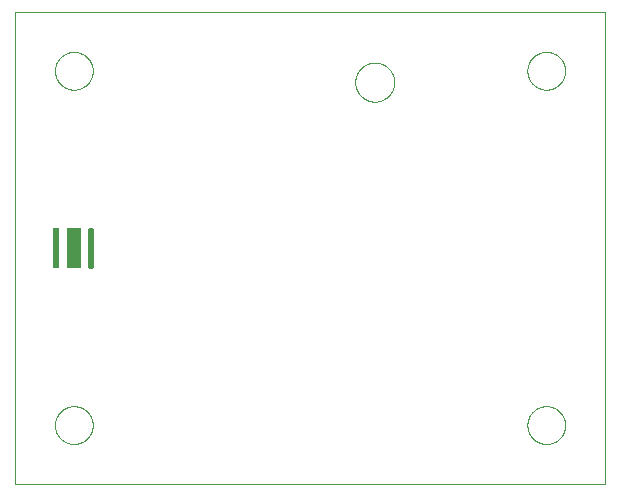
<source format=gbp>
G75*
%MOIN*%
%OFA0B0*%
%FSLAX25Y25*%
%IPPOS*%
%LPD*%
%AMOC8*
5,1,8,0,0,1.08239X$1,22.5*
%
%ADD10C,0.00000*%
%ADD11C,0.01575*%
%ADD12R,0.01969X0.13780*%
%ADD13R,0.05118X0.13780*%
D10*
X0007378Y0007378D02*
X0007378Y0164858D01*
X0204228Y0164858D01*
X0204228Y0007378D01*
X0007378Y0007378D01*
X0020764Y0027063D02*
X0020766Y0027221D01*
X0020772Y0027379D01*
X0020782Y0027537D01*
X0020796Y0027695D01*
X0020814Y0027852D01*
X0020835Y0028009D01*
X0020861Y0028165D01*
X0020891Y0028321D01*
X0020924Y0028476D01*
X0020962Y0028629D01*
X0021003Y0028782D01*
X0021048Y0028934D01*
X0021097Y0029085D01*
X0021150Y0029234D01*
X0021206Y0029382D01*
X0021266Y0029528D01*
X0021330Y0029673D01*
X0021398Y0029816D01*
X0021469Y0029958D01*
X0021543Y0030098D01*
X0021621Y0030235D01*
X0021703Y0030371D01*
X0021787Y0030505D01*
X0021876Y0030636D01*
X0021967Y0030765D01*
X0022062Y0030892D01*
X0022159Y0031017D01*
X0022260Y0031139D01*
X0022364Y0031258D01*
X0022471Y0031375D01*
X0022581Y0031489D01*
X0022694Y0031600D01*
X0022809Y0031709D01*
X0022927Y0031814D01*
X0023048Y0031916D01*
X0023171Y0032016D01*
X0023297Y0032112D01*
X0023425Y0032205D01*
X0023555Y0032295D01*
X0023688Y0032381D01*
X0023823Y0032465D01*
X0023959Y0032544D01*
X0024098Y0032621D01*
X0024239Y0032693D01*
X0024381Y0032763D01*
X0024525Y0032828D01*
X0024671Y0032890D01*
X0024818Y0032948D01*
X0024967Y0033003D01*
X0025117Y0033054D01*
X0025268Y0033101D01*
X0025420Y0033144D01*
X0025573Y0033183D01*
X0025728Y0033219D01*
X0025883Y0033250D01*
X0026039Y0033278D01*
X0026195Y0033302D01*
X0026352Y0033322D01*
X0026510Y0033338D01*
X0026667Y0033350D01*
X0026826Y0033358D01*
X0026984Y0033362D01*
X0027142Y0033362D01*
X0027300Y0033358D01*
X0027459Y0033350D01*
X0027616Y0033338D01*
X0027774Y0033322D01*
X0027931Y0033302D01*
X0028087Y0033278D01*
X0028243Y0033250D01*
X0028398Y0033219D01*
X0028553Y0033183D01*
X0028706Y0033144D01*
X0028858Y0033101D01*
X0029009Y0033054D01*
X0029159Y0033003D01*
X0029308Y0032948D01*
X0029455Y0032890D01*
X0029601Y0032828D01*
X0029745Y0032763D01*
X0029887Y0032693D01*
X0030028Y0032621D01*
X0030167Y0032544D01*
X0030303Y0032465D01*
X0030438Y0032381D01*
X0030571Y0032295D01*
X0030701Y0032205D01*
X0030829Y0032112D01*
X0030955Y0032016D01*
X0031078Y0031916D01*
X0031199Y0031814D01*
X0031317Y0031709D01*
X0031432Y0031600D01*
X0031545Y0031489D01*
X0031655Y0031375D01*
X0031762Y0031258D01*
X0031866Y0031139D01*
X0031967Y0031017D01*
X0032064Y0030892D01*
X0032159Y0030765D01*
X0032250Y0030636D01*
X0032339Y0030505D01*
X0032423Y0030371D01*
X0032505Y0030235D01*
X0032583Y0030098D01*
X0032657Y0029958D01*
X0032728Y0029816D01*
X0032796Y0029673D01*
X0032860Y0029528D01*
X0032920Y0029382D01*
X0032976Y0029234D01*
X0033029Y0029085D01*
X0033078Y0028934D01*
X0033123Y0028782D01*
X0033164Y0028629D01*
X0033202Y0028476D01*
X0033235Y0028321D01*
X0033265Y0028165D01*
X0033291Y0028009D01*
X0033312Y0027852D01*
X0033330Y0027695D01*
X0033344Y0027537D01*
X0033354Y0027379D01*
X0033360Y0027221D01*
X0033362Y0027063D01*
X0033360Y0026905D01*
X0033354Y0026747D01*
X0033344Y0026589D01*
X0033330Y0026431D01*
X0033312Y0026274D01*
X0033291Y0026117D01*
X0033265Y0025961D01*
X0033235Y0025805D01*
X0033202Y0025650D01*
X0033164Y0025497D01*
X0033123Y0025344D01*
X0033078Y0025192D01*
X0033029Y0025041D01*
X0032976Y0024892D01*
X0032920Y0024744D01*
X0032860Y0024598D01*
X0032796Y0024453D01*
X0032728Y0024310D01*
X0032657Y0024168D01*
X0032583Y0024028D01*
X0032505Y0023891D01*
X0032423Y0023755D01*
X0032339Y0023621D01*
X0032250Y0023490D01*
X0032159Y0023361D01*
X0032064Y0023234D01*
X0031967Y0023109D01*
X0031866Y0022987D01*
X0031762Y0022868D01*
X0031655Y0022751D01*
X0031545Y0022637D01*
X0031432Y0022526D01*
X0031317Y0022417D01*
X0031199Y0022312D01*
X0031078Y0022210D01*
X0030955Y0022110D01*
X0030829Y0022014D01*
X0030701Y0021921D01*
X0030571Y0021831D01*
X0030438Y0021745D01*
X0030303Y0021661D01*
X0030167Y0021582D01*
X0030028Y0021505D01*
X0029887Y0021433D01*
X0029745Y0021363D01*
X0029601Y0021298D01*
X0029455Y0021236D01*
X0029308Y0021178D01*
X0029159Y0021123D01*
X0029009Y0021072D01*
X0028858Y0021025D01*
X0028706Y0020982D01*
X0028553Y0020943D01*
X0028398Y0020907D01*
X0028243Y0020876D01*
X0028087Y0020848D01*
X0027931Y0020824D01*
X0027774Y0020804D01*
X0027616Y0020788D01*
X0027459Y0020776D01*
X0027300Y0020768D01*
X0027142Y0020764D01*
X0026984Y0020764D01*
X0026826Y0020768D01*
X0026667Y0020776D01*
X0026510Y0020788D01*
X0026352Y0020804D01*
X0026195Y0020824D01*
X0026039Y0020848D01*
X0025883Y0020876D01*
X0025728Y0020907D01*
X0025573Y0020943D01*
X0025420Y0020982D01*
X0025268Y0021025D01*
X0025117Y0021072D01*
X0024967Y0021123D01*
X0024818Y0021178D01*
X0024671Y0021236D01*
X0024525Y0021298D01*
X0024381Y0021363D01*
X0024239Y0021433D01*
X0024098Y0021505D01*
X0023959Y0021582D01*
X0023823Y0021661D01*
X0023688Y0021745D01*
X0023555Y0021831D01*
X0023425Y0021921D01*
X0023297Y0022014D01*
X0023171Y0022110D01*
X0023048Y0022210D01*
X0022927Y0022312D01*
X0022809Y0022417D01*
X0022694Y0022526D01*
X0022581Y0022637D01*
X0022471Y0022751D01*
X0022364Y0022868D01*
X0022260Y0022987D01*
X0022159Y0023109D01*
X0022062Y0023234D01*
X0021967Y0023361D01*
X0021876Y0023490D01*
X0021787Y0023621D01*
X0021703Y0023755D01*
X0021621Y0023891D01*
X0021543Y0024028D01*
X0021469Y0024168D01*
X0021398Y0024310D01*
X0021330Y0024453D01*
X0021266Y0024598D01*
X0021206Y0024744D01*
X0021150Y0024892D01*
X0021097Y0025041D01*
X0021048Y0025192D01*
X0021003Y0025344D01*
X0020962Y0025497D01*
X0020924Y0025650D01*
X0020891Y0025805D01*
X0020861Y0025961D01*
X0020835Y0026117D01*
X0020814Y0026274D01*
X0020796Y0026431D01*
X0020782Y0026589D01*
X0020772Y0026747D01*
X0020766Y0026905D01*
X0020764Y0027063D01*
X0120878Y0141378D02*
X0120880Y0141539D01*
X0120886Y0141699D01*
X0120896Y0141860D01*
X0120910Y0142020D01*
X0120928Y0142180D01*
X0120949Y0142339D01*
X0120975Y0142498D01*
X0121005Y0142656D01*
X0121038Y0142813D01*
X0121076Y0142970D01*
X0121117Y0143125D01*
X0121162Y0143279D01*
X0121211Y0143432D01*
X0121264Y0143584D01*
X0121320Y0143735D01*
X0121381Y0143884D01*
X0121444Y0144032D01*
X0121512Y0144178D01*
X0121583Y0144322D01*
X0121657Y0144464D01*
X0121735Y0144605D01*
X0121817Y0144743D01*
X0121902Y0144880D01*
X0121990Y0145014D01*
X0122082Y0145146D01*
X0122177Y0145276D01*
X0122275Y0145404D01*
X0122376Y0145529D01*
X0122480Y0145651D01*
X0122587Y0145771D01*
X0122697Y0145888D01*
X0122810Y0146003D01*
X0122926Y0146114D01*
X0123045Y0146223D01*
X0123166Y0146328D01*
X0123290Y0146431D01*
X0123416Y0146531D01*
X0123544Y0146627D01*
X0123675Y0146720D01*
X0123809Y0146810D01*
X0123944Y0146897D01*
X0124082Y0146980D01*
X0124221Y0147060D01*
X0124363Y0147136D01*
X0124506Y0147209D01*
X0124651Y0147278D01*
X0124798Y0147344D01*
X0124946Y0147406D01*
X0125096Y0147464D01*
X0125247Y0147519D01*
X0125400Y0147570D01*
X0125554Y0147617D01*
X0125709Y0147660D01*
X0125865Y0147699D01*
X0126021Y0147735D01*
X0126179Y0147766D01*
X0126337Y0147794D01*
X0126496Y0147818D01*
X0126656Y0147838D01*
X0126816Y0147854D01*
X0126976Y0147866D01*
X0127137Y0147874D01*
X0127298Y0147878D01*
X0127458Y0147878D01*
X0127619Y0147874D01*
X0127780Y0147866D01*
X0127940Y0147854D01*
X0128100Y0147838D01*
X0128260Y0147818D01*
X0128419Y0147794D01*
X0128577Y0147766D01*
X0128735Y0147735D01*
X0128891Y0147699D01*
X0129047Y0147660D01*
X0129202Y0147617D01*
X0129356Y0147570D01*
X0129509Y0147519D01*
X0129660Y0147464D01*
X0129810Y0147406D01*
X0129958Y0147344D01*
X0130105Y0147278D01*
X0130250Y0147209D01*
X0130393Y0147136D01*
X0130535Y0147060D01*
X0130674Y0146980D01*
X0130812Y0146897D01*
X0130947Y0146810D01*
X0131081Y0146720D01*
X0131212Y0146627D01*
X0131340Y0146531D01*
X0131466Y0146431D01*
X0131590Y0146328D01*
X0131711Y0146223D01*
X0131830Y0146114D01*
X0131946Y0146003D01*
X0132059Y0145888D01*
X0132169Y0145771D01*
X0132276Y0145651D01*
X0132380Y0145529D01*
X0132481Y0145404D01*
X0132579Y0145276D01*
X0132674Y0145146D01*
X0132766Y0145014D01*
X0132854Y0144880D01*
X0132939Y0144743D01*
X0133021Y0144605D01*
X0133099Y0144464D01*
X0133173Y0144322D01*
X0133244Y0144178D01*
X0133312Y0144032D01*
X0133375Y0143884D01*
X0133436Y0143735D01*
X0133492Y0143584D01*
X0133545Y0143432D01*
X0133594Y0143279D01*
X0133639Y0143125D01*
X0133680Y0142970D01*
X0133718Y0142813D01*
X0133751Y0142656D01*
X0133781Y0142498D01*
X0133807Y0142339D01*
X0133828Y0142180D01*
X0133846Y0142020D01*
X0133860Y0141860D01*
X0133870Y0141699D01*
X0133876Y0141539D01*
X0133878Y0141378D01*
X0133876Y0141217D01*
X0133870Y0141057D01*
X0133860Y0140896D01*
X0133846Y0140736D01*
X0133828Y0140576D01*
X0133807Y0140417D01*
X0133781Y0140258D01*
X0133751Y0140100D01*
X0133718Y0139943D01*
X0133680Y0139786D01*
X0133639Y0139631D01*
X0133594Y0139477D01*
X0133545Y0139324D01*
X0133492Y0139172D01*
X0133436Y0139021D01*
X0133375Y0138872D01*
X0133312Y0138724D01*
X0133244Y0138578D01*
X0133173Y0138434D01*
X0133099Y0138292D01*
X0133021Y0138151D01*
X0132939Y0138013D01*
X0132854Y0137876D01*
X0132766Y0137742D01*
X0132674Y0137610D01*
X0132579Y0137480D01*
X0132481Y0137352D01*
X0132380Y0137227D01*
X0132276Y0137105D01*
X0132169Y0136985D01*
X0132059Y0136868D01*
X0131946Y0136753D01*
X0131830Y0136642D01*
X0131711Y0136533D01*
X0131590Y0136428D01*
X0131466Y0136325D01*
X0131340Y0136225D01*
X0131212Y0136129D01*
X0131081Y0136036D01*
X0130947Y0135946D01*
X0130812Y0135859D01*
X0130674Y0135776D01*
X0130535Y0135696D01*
X0130393Y0135620D01*
X0130250Y0135547D01*
X0130105Y0135478D01*
X0129958Y0135412D01*
X0129810Y0135350D01*
X0129660Y0135292D01*
X0129509Y0135237D01*
X0129356Y0135186D01*
X0129202Y0135139D01*
X0129047Y0135096D01*
X0128891Y0135057D01*
X0128735Y0135021D01*
X0128577Y0134990D01*
X0128419Y0134962D01*
X0128260Y0134938D01*
X0128100Y0134918D01*
X0127940Y0134902D01*
X0127780Y0134890D01*
X0127619Y0134882D01*
X0127458Y0134878D01*
X0127298Y0134878D01*
X0127137Y0134882D01*
X0126976Y0134890D01*
X0126816Y0134902D01*
X0126656Y0134918D01*
X0126496Y0134938D01*
X0126337Y0134962D01*
X0126179Y0134990D01*
X0126021Y0135021D01*
X0125865Y0135057D01*
X0125709Y0135096D01*
X0125554Y0135139D01*
X0125400Y0135186D01*
X0125247Y0135237D01*
X0125096Y0135292D01*
X0124946Y0135350D01*
X0124798Y0135412D01*
X0124651Y0135478D01*
X0124506Y0135547D01*
X0124363Y0135620D01*
X0124221Y0135696D01*
X0124082Y0135776D01*
X0123944Y0135859D01*
X0123809Y0135946D01*
X0123675Y0136036D01*
X0123544Y0136129D01*
X0123416Y0136225D01*
X0123290Y0136325D01*
X0123166Y0136428D01*
X0123045Y0136533D01*
X0122926Y0136642D01*
X0122810Y0136753D01*
X0122697Y0136868D01*
X0122587Y0136985D01*
X0122480Y0137105D01*
X0122376Y0137227D01*
X0122275Y0137352D01*
X0122177Y0137480D01*
X0122082Y0137610D01*
X0121990Y0137742D01*
X0121902Y0137876D01*
X0121817Y0138013D01*
X0121735Y0138151D01*
X0121657Y0138292D01*
X0121583Y0138434D01*
X0121512Y0138578D01*
X0121444Y0138724D01*
X0121381Y0138872D01*
X0121320Y0139021D01*
X0121264Y0139172D01*
X0121211Y0139324D01*
X0121162Y0139477D01*
X0121117Y0139631D01*
X0121076Y0139786D01*
X0121038Y0139943D01*
X0121005Y0140100D01*
X0120975Y0140258D01*
X0120949Y0140417D01*
X0120928Y0140576D01*
X0120910Y0140736D01*
X0120896Y0140896D01*
X0120886Y0141057D01*
X0120880Y0141217D01*
X0120878Y0141378D01*
X0178244Y0145173D02*
X0178246Y0145331D01*
X0178252Y0145489D01*
X0178262Y0145647D01*
X0178276Y0145805D01*
X0178294Y0145962D01*
X0178315Y0146119D01*
X0178341Y0146275D01*
X0178371Y0146431D01*
X0178404Y0146586D01*
X0178442Y0146739D01*
X0178483Y0146892D01*
X0178528Y0147044D01*
X0178577Y0147195D01*
X0178630Y0147344D01*
X0178686Y0147492D01*
X0178746Y0147638D01*
X0178810Y0147783D01*
X0178878Y0147926D01*
X0178949Y0148068D01*
X0179023Y0148208D01*
X0179101Y0148345D01*
X0179183Y0148481D01*
X0179267Y0148615D01*
X0179356Y0148746D01*
X0179447Y0148875D01*
X0179542Y0149002D01*
X0179639Y0149127D01*
X0179740Y0149249D01*
X0179844Y0149368D01*
X0179951Y0149485D01*
X0180061Y0149599D01*
X0180174Y0149710D01*
X0180289Y0149819D01*
X0180407Y0149924D01*
X0180528Y0150026D01*
X0180651Y0150126D01*
X0180777Y0150222D01*
X0180905Y0150315D01*
X0181035Y0150405D01*
X0181168Y0150491D01*
X0181303Y0150575D01*
X0181439Y0150654D01*
X0181578Y0150731D01*
X0181719Y0150803D01*
X0181861Y0150873D01*
X0182005Y0150938D01*
X0182151Y0151000D01*
X0182298Y0151058D01*
X0182447Y0151113D01*
X0182597Y0151164D01*
X0182748Y0151211D01*
X0182900Y0151254D01*
X0183053Y0151293D01*
X0183208Y0151329D01*
X0183363Y0151360D01*
X0183519Y0151388D01*
X0183675Y0151412D01*
X0183832Y0151432D01*
X0183990Y0151448D01*
X0184147Y0151460D01*
X0184306Y0151468D01*
X0184464Y0151472D01*
X0184622Y0151472D01*
X0184780Y0151468D01*
X0184939Y0151460D01*
X0185096Y0151448D01*
X0185254Y0151432D01*
X0185411Y0151412D01*
X0185567Y0151388D01*
X0185723Y0151360D01*
X0185878Y0151329D01*
X0186033Y0151293D01*
X0186186Y0151254D01*
X0186338Y0151211D01*
X0186489Y0151164D01*
X0186639Y0151113D01*
X0186788Y0151058D01*
X0186935Y0151000D01*
X0187081Y0150938D01*
X0187225Y0150873D01*
X0187367Y0150803D01*
X0187508Y0150731D01*
X0187647Y0150654D01*
X0187783Y0150575D01*
X0187918Y0150491D01*
X0188051Y0150405D01*
X0188181Y0150315D01*
X0188309Y0150222D01*
X0188435Y0150126D01*
X0188558Y0150026D01*
X0188679Y0149924D01*
X0188797Y0149819D01*
X0188912Y0149710D01*
X0189025Y0149599D01*
X0189135Y0149485D01*
X0189242Y0149368D01*
X0189346Y0149249D01*
X0189447Y0149127D01*
X0189544Y0149002D01*
X0189639Y0148875D01*
X0189730Y0148746D01*
X0189819Y0148615D01*
X0189903Y0148481D01*
X0189985Y0148345D01*
X0190063Y0148208D01*
X0190137Y0148068D01*
X0190208Y0147926D01*
X0190276Y0147783D01*
X0190340Y0147638D01*
X0190400Y0147492D01*
X0190456Y0147344D01*
X0190509Y0147195D01*
X0190558Y0147044D01*
X0190603Y0146892D01*
X0190644Y0146739D01*
X0190682Y0146586D01*
X0190715Y0146431D01*
X0190745Y0146275D01*
X0190771Y0146119D01*
X0190792Y0145962D01*
X0190810Y0145805D01*
X0190824Y0145647D01*
X0190834Y0145489D01*
X0190840Y0145331D01*
X0190842Y0145173D01*
X0190840Y0145015D01*
X0190834Y0144857D01*
X0190824Y0144699D01*
X0190810Y0144541D01*
X0190792Y0144384D01*
X0190771Y0144227D01*
X0190745Y0144071D01*
X0190715Y0143915D01*
X0190682Y0143760D01*
X0190644Y0143607D01*
X0190603Y0143454D01*
X0190558Y0143302D01*
X0190509Y0143151D01*
X0190456Y0143002D01*
X0190400Y0142854D01*
X0190340Y0142708D01*
X0190276Y0142563D01*
X0190208Y0142420D01*
X0190137Y0142278D01*
X0190063Y0142138D01*
X0189985Y0142001D01*
X0189903Y0141865D01*
X0189819Y0141731D01*
X0189730Y0141600D01*
X0189639Y0141471D01*
X0189544Y0141344D01*
X0189447Y0141219D01*
X0189346Y0141097D01*
X0189242Y0140978D01*
X0189135Y0140861D01*
X0189025Y0140747D01*
X0188912Y0140636D01*
X0188797Y0140527D01*
X0188679Y0140422D01*
X0188558Y0140320D01*
X0188435Y0140220D01*
X0188309Y0140124D01*
X0188181Y0140031D01*
X0188051Y0139941D01*
X0187918Y0139855D01*
X0187783Y0139771D01*
X0187647Y0139692D01*
X0187508Y0139615D01*
X0187367Y0139543D01*
X0187225Y0139473D01*
X0187081Y0139408D01*
X0186935Y0139346D01*
X0186788Y0139288D01*
X0186639Y0139233D01*
X0186489Y0139182D01*
X0186338Y0139135D01*
X0186186Y0139092D01*
X0186033Y0139053D01*
X0185878Y0139017D01*
X0185723Y0138986D01*
X0185567Y0138958D01*
X0185411Y0138934D01*
X0185254Y0138914D01*
X0185096Y0138898D01*
X0184939Y0138886D01*
X0184780Y0138878D01*
X0184622Y0138874D01*
X0184464Y0138874D01*
X0184306Y0138878D01*
X0184147Y0138886D01*
X0183990Y0138898D01*
X0183832Y0138914D01*
X0183675Y0138934D01*
X0183519Y0138958D01*
X0183363Y0138986D01*
X0183208Y0139017D01*
X0183053Y0139053D01*
X0182900Y0139092D01*
X0182748Y0139135D01*
X0182597Y0139182D01*
X0182447Y0139233D01*
X0182298Y0139288D01*
X0182151Y0139346D01*
X0182005Y0139408D01*
X0181861Y0139473D01*
X0181719Y0139543D01*
X0181578Y0139615D01*
X0181439Y0139692D01*
X0181303Y0139771D01*
X0181168Y0139855D01*
X0181035Y0139941D01*
X0180905Y0140031D01*
X0180777Y0140124D01*
X0180651Y0140220D01*
X0180528Y0140320D01*
X0180407Y0140422D01*
X0180289Y0140527D01*
X0180174Y0140636D01*
X0180061Y0140747D01*
X0179951Y0140861D01*
X0179844Y0140978D01*
X0179740Y0141097D01*
X0179639Y0141219D01*
X0179542Y0141344D01*
X0179447Y0141471D01*
X0179356Y0141600D01*
X0179267Y0141731D01*
X0179183Y0141865D01*
X0179101Y0142001D01*
X0179023Y0142138D01*
X0178949Y0142278D01*
X0178878Y0142420D01*
X0178810Y0142563D01*
X0178746Y0142708D01*
X0178686Y0142854D01*
X0178630Y0143002D01*
X0178577Y0143151D01*
X0178528Y0143302D01*
X0178483Y0143454D01*
X0178442Y0143607D01*
X0178404Y0143760D01*
X0178371Y0143915D01*
X0178341Y0144071D01*
X0178315Y0144227D01*
X0178294Y0144384D01*
X0178276Y0144541D01*
X0178262Y0144699D01*
X0178252Y0144857D01*
X0178246Y0145015D01*
X0178244Y0145173D01*
X0178244Y0027063D02*
X0178246Y0027221D01*
X0178252Y0027379D01*
X0178262Y0027537D01*
X0178276Y0027695D01*
X0178294Y0027852D01*
X0178315Y0028009D01*
X0178341Y0028165D01*
X0178371Y0028321D01*
X0178404Y0028476D01*
X0178442Y0028629D01*
X0178483Y0028782D01*
X0178528Y0028934D01*
X0178577Y0029085D01*
X0178630Y0029234D01*
X0178686Y0029382D01*
X0178746Y0029528D01*
X0178810Y0029673D01*
X0178878Y0029816D01*
X0178949Y0029958D01*
X0179023Y0030098D01*
X0179101Y0030235D01*
X0179183Y0030371D01*
X0179267Y0030505D01*
X0179356Y0030636D01*
X0179447Y0030765D01*
X0179542Y0030892D01*
X0179639Y0031017D01*
X0179740Y0031139D01*
X0179844Y0031258D01*
X0179951Y0031375D01*
X0180061Y0031489D01*
X0180174Y0031600D01*
X0180289Y0031709D01*
X0180407Y0031814D01*
X0180528Y0031916D01*
X0180651Y0032016D01*
X0180777Y0032112D01*
X0180905Y0032205D01*
X0181035Y0032295D01*
X0181168Y0032381D01*
X0181303Y0032465D01*
X0181439Y0032544D01*
X0181578Y0032621D01*
X0181719Y0032693D01*
X0181861Y0032763D01*
X0182005Y0032828D01*
X0182151Y0032890D01*
X0182298Y0032948D01*
X0182447Y0033003D01*
X0182597Y0033054D01*
X0182748Y0033101D01*
X0182900Y0033144D01*
X0183053Y0033183D01*
X0183208Y0033219D01*
X0183363Y0033250D01*
X0183519Y0033278D01*
X0183675Y0033302D01*
X0183832Y0033322D01*
X0183990Y0033338D01*
X0184147Y0033350D01*
X0184306Y0033358D01*
X0184464Y0033362D01*
X0184622Y0033362D01*
X0184780Y0033358D01*
X0184939Y0033350D01*
X0185096Y0033338D01*
X0185254Y0033322D01*
X0185411Y0033302D01*
X0185567Y0033278D01*
X0185723Y0033250D01*
X0185878Y0033219D01*
X0186033Y0033183D01*
X0186186Y0033144D01*
X0186338Y0033101D01*
X0186489Y0033054D01*
X0186639Y0033003D01*
X0186788Y0032948D01*
X0186935Y0032890D01*
X0187081Y0032828D01*
X0187225Y0032763D01*
X0187367Y0032693D01*
X0187508Y0032621D01*
X0187647Y0032544D01*
X0187783Y0032465D01*
X0187918Y0032381D01*
X0188051Y0032295D01*
X0188181Y0032205D01*
X0188309Y0032112D01*
X0188435Y0032016D01*
X0188558Y0031916D01*
X0188679Y0031814D01*
X0188797Y0031709D01*
X0188912Y0031600D01*
X0189025Y0031489D01*
X0189135Y0031375D01*
X0189242Y0031258D01*
X0189346Y0031139D01*
X0189447Y0031017D01*
X0189544Y0030892D01*
X0189639Y0030765D01*
X0189730Y0030636D01*
X0189819Y0030505D01*
X0189903Y0030371D01*
X0189985Y0030235D01*
X0190063Y0030098D01*
X0190137Y0029958D01*
X0190208Y0029816D01*
X0190276Y0029673D01*
X0190340Y0029528D01*
X0190400Y0029382D01*
X0190456Y0029234D01*
X0190509Y0029085D01*
X0190558Y0028934D01*
X0190603Y0028782D01*
X0190644Y0028629D01*
X0190682Y0028476D01*
X0190715Y0028321D01*
X0190745Y0028165D01*
X0190771Y0028009D01*
X0190792Y0027852D01*
X0190810Y0027695D01*
X0190824Y0027537D01*
X0190834Y0027379D01*
X0190840Y0027221D01*
X0190842Y0027063D01*
X0190840Y0026905D01*
X0190834Y0026747D01*
X0190824Y0026589D01*
X0190810Y0026431D01*
X0190792Y0026274D01*
X0190771Y0026117D01*
X0190745Y0025961D01*
X0190715Y0025805D01*
X0190682Y0025650D01*
X0190644Y0025497D01*
X0190603Y0025344D01*
X0190558Y0025192D01*
X0190509Y0025041D01*
X0190456Y0024892D01*
X0190400Y0024744D01*
X0190340Y0024598D01*
X0190276Y0024453D01*
X0190208Y0024310D01*
X0190137Y0024168D01*
X0190063Y0024028D01*
X0189985Y0023891D01*
X0189903Y0023755D01*
X0189819Y0023621D01*
X0189730Y0023490D01*
X0189639Y0023361D01*
X0189544Y0023234D01*
X0189447Y0023109D01*
X0189346Y0022987D01*
X0189242Y0022868D01*
X0189135Y0022751D01*
X0189025Y0022637D01*
X0188912Y0022526D01*
X0188797Y0022417D01*
X0188679Y0022312D01*
X0188558Y0022210D01*
X0188435Y0022110D01*
X0188309Y0022014D01*
X0188181Y0021921D01*
X0188051Y0021831D01*
X0187918Y0021745D01*
X0187783Y0021661D01*
X0187647Y0021582D01*
X0187508Y0021505D01*
X0187367Y0021433D01*
X0187225Y0021363D01*
X0187081Y0021298D01*
X0186935Y0021236D01*
X0186788Y0021178D01*
X0186639Y0021123D01*
X0186489Y0021072D01*
X0186338Y0021025D01*
X0186186Y0020982D01*
X0186033Y0020943D01*
X0185878Y0020907D01*
X0185723Y0020876D01*
X0185567Y0020848D01*
X0185411Y0020824D01*
X0185254Y0020804D01*
X0185096Y0020788D01*
X0184939Y0020776D01*
X0184780Y0020768D01*
X0184622Y0020764D01*
X0184464Y0020764D01*
X0184306Y0020768D01*
X0184147Y0020776D01*
X0183990Y0020788D01*
X0183832Y0020804D01*
X0183675Y0020824D01*
X0183519Y0020848D01*
X0183363Y0020876D01*
X0183208Y0020907D01*
X0183053Y0020943D01*
X0182900Y0020982D01*
X0182748Y0021025D01*
X0182597Y0021072D01*
X0182447Y0021123D01*
X0182298Y0021178D01*
X0182151Y0021236D01*
X0182005Y0021298D01*
X0181861Y0021363D01*
X0181719Y0021433D01*
X0181578Y0021505D01*
X0181439Y0021582D01*
X0181303Y0021661D01*
X0181168Y0021745D01*
X0181035Y0021831D01*
X0180905Y0021921D01*
X0180777Y0022014D01*
X0180651Y0022110D01*
X0180528Y0022210D01*
X0180407Y0022312D01*
X0180289Y0022417D01*
X0180174Y0022526D01*
X0180061Y0022637D01*
X0179951Y0022751D01*
X0179844Y0022868D01*
X0179740Y0022987D01*
X0179639Y0023109D01*
X0179542Y0023234D01*
X0179447Y0023361D01*
X0179356Y0023490D01*
X0179267Y0023621D01*
X0179183Y0023755D01*
X0179101Y0023891D01*
X0179023Y0024028D01*
X0178949Y0024168D01*
X0178878Y0024310D01*
X0178810Y0024453D01*
X0178746Y0024598D01*
X0178686Y0024744D01*
X0178630Y0024892D01*
X0178577Y0025041D01*
X0178528Y0025192D01*
X0178483Y0025344D01*
X0178442Y0025497D01*
X0178404Y0025650D01*
X0178371Y0025805D01*
X0178341Y0025961D01*
X0178315Y0026117D01*
X0178294Y0026274D01*
X0178276Y0026431D01*
X0178262Y0026589D01*
X0178252Y0026747D01*
X0178246Y0026905D01*
X0178244Y0027063D01*
X0020764Y0145173D02*
X0020766Y0145331D01*
X0020772Y0145489D01*
X0020782Y0145647D01*
X0020796Y0145805D01*
X0020814Y0145962D01*
X0020835Y0146119D01*
X0020861Y0146275D01*
X0020891Y0146431D01*
X0020924Y0146586D01*
X0020962Y0146739D01*
X0021003Y0146892D01*
X0021048Y0147044D01*
X0021097Y0147195D01*
X0021150Y0147344D01*
X0021206Y0147492D01*
X0021266Y0147638D01*
X0021330Y0147783D01*
X0021398Y0147926D01*
X0021469Y0148068D01*
X0021543Y0148208D01*
X0021621Y0148345D01*
X0021703Y0148481D01*
X0021787Y0148615D01*
X0021876Y0148746D01*
X0021967Y0148875D01*
X0022062Y0149002D01*
X0022159Y0149127D01*
X0022260Y0149249D01*
X0022364Y0149368D01*
X0022471Y0149485D01*
X0022581Y0149599D01*
X0022694Y0149710D01*
X0022809Y0149819D01*
X0022927Y0149924D01*
X0023048Y0150026D01*
X0023171Y0150126D01*
X0023297Y0150222D01*
X0023425Y0150315D01*
X0023555Y0150405D01*
X0023688Y0150491D01*
X0023823Y0150575D01*
X0023959Y0150654D01*
X0024098Y0150731D01*
X0024239Y0150803D01*
X0024381Y0150873D01*
X0024525Y0150938D01*
X0024671Y0151000D01*
X0024818Y0151058D01*
X0024967Y0151113D01*
X0025117Y0151164D01*
X0025268Y0151211D01*
X0025420Y0151254D01*
X0025573Y0151293D01*
X0025728Y0151329D01*
X0025883Y0151360D01*
X0026039Y0151388D01*
X0026195Y0151412D01*
X0026352Y0151432D01*
X0026510Y0151448D01*
X0026667Y0151460D01*
X0026826Y0151468D01*
X0026984Y0151472D01*
X0027142Y0151472D01*
X0027300Y0151468D01*
X0027459Y0151460D01*
X0027616Y0151448D01*
X0027774Y0151432D01*
X0027931Y0151412D01*
X0028087Y0151388D01*
X0028243Y0151360D01*
X0028398Y0151329D01*
X0028553Y0151293D01*
X0028706Y0151254D01*
X0028858Y0151211D01*
X0029009Y0151164D01*
X0029159Y0151113D01*
X0029308Y0151058D01*
X0029455Y0151000D01*
X0029601Y0150938D01*
X0029745Y0150873D01*
X0029887Y0150803D01*
X0030028Y0150731D01*
X0030167Y0150654D01*
X0030303Y0150575D01*
X0030438Y0150491D01*
X0030571Y0150405D01*
X0030701Y0150315D01*
X0030829Y0150222D01*
X0030955Y0150126D01*
X0031078Y0150026D01*
X0031199Y0149924D01*
X0031317Y0149819D01*
X0031432Y0149710D01*
X0031545Y0149599D01*
X0031655Y0149485D01*
X0031762Y0149368D01*
X0031866Y0149249D01*
X0031967Y0149127D01*
X0032064Y0149002D01*
X0032159Y0148875D01*
X0032250Y0148746D01*
X0032339Y0148615D01*
X0032423Y0148481D01*
X0032505Y0148345D01*
X0032583Y0148208D01*
X0032657Y0148068D01*
X0032728Y0147926D01*
X0032796Y0147783D01*
X0032860Y0147638D01*
X0032920Y0147492D01*
X0032976Y0147344D01*
X0033029Y0147195D01*
X0033078Y0147044D01*
X0033123Y0146892D01*
X0033164Y0146739D01*
X0033202Y0146586D01*
X0033235Y0146431D01*
X0033265Y0146275D01*
X0033291Y0146119D01*
X0033312Y0145962D01*
X0033330Y0145805D01*
X0033344Y0145647D01*
X0033354Y0145489D01*
X0033360Y0145331D01*
X0033362Y0145173D01*
X0033360Y0145015D01*
X0033354Y0144857D01*
X0033344Y0144699D01*
X0033330Y0144541D01*
X0033312Y0144384D01*
X0033291Y0144227D01*
X0033265Y0144071D01*
X0033235Y0143915D01*
X0033202Y0143760D01*
X0033164Y0143607D01*
X0033123Y0143454D01*
X0033078Y0143302D01*
X0033029Y0143151D01*
X0032976Y0143002D01*
X0032920Y0142854D01*
X0032860Y0142708D01*
X0032796Y0142563D01*
X0032728Y0142420D01*
X0032657Y0142278D01*
X0032583Y0142138D01*
X0032505Y0142001D01*
X0032423Y0141865D01*
X0032339Y0141731D01*
X0032250Y0141600D01*
X0032159Y0141471D01*
X0032064Y0141344D01*
X0031967Y0141219D01*
X0031866Y0141097D01*
X0031762Y0140978D01*
X0031655Y0140861D01*
X0031545Y0140747D01*
X0031432Y0140636D01*
X0031317Y0140527D01*
X0031199Y0140422D01*
X0031078Y0140320D01*
X0030955Y0140220D01*
X0030829Y0140124D01*
X0030701Y0140031D01*
X0030571Y0139941D01*
X0030438Y0139855D01*
X0030303Y0139771D01*
X0030167Y0139692D01*
X0030028Y0139615D01*
X0029887Y0139543D01*
X0029745Y0139473D01*
X0029601Y0139408D01*
X0029455Y0139346D01*
X0029308Y0139288D01*
X0029159Y0139233D01*
X0029009Y0139182D01*
X0028858Y0139135D01*
X0028706Y0139092D01*
X0028553Y0139053D01*
X0028398Y0139017D01*
X0028243Y0138986D01*
X0028087Y0138958D01*
X0027931Y0138934D01*
X0027774Y0138914D01*
X0027616Y0138898D01*
X0027459Y0138886D01*
X0027300Y0138878D01*
X0027142Y0138874D01*
X0026984Y0138874D01*
X0026826Y0138878D01*
X0026667Y0138886D01*
X0026510Y0138898D01*
X0026352Y0138914D01*
X0026195Y0138934D01*
X0026039Y0138958D01*
X0025883Y0138986D01*
X0025728Y0139017D01*
X0025573Y0139053D01*
X0025420Y0139092D01*
X0025268Y0139135D01*
X0025117Y0139182D01*
X0024967Y0139233D01*
X0024818Y0139288D01*
X0024671Y0139346D01*
X0024525Y0139408D01*
X0024381Y0139473D01*
X0024239Y0139543D01*
X0024098Y0139615D01*
X0023959Y0139692D01*
X0023823Y0139771D01*
X0023688Y0139855D01*
X0023555Y0139941D01*
X0023425Y0140031D01*
X0023297Y0140124D01*
X0023171Y0140220D01*
X0023048Y0140320D01*
X0022927Y0140422D01*
X0022809Y0140527D01*
X0022694Y0140636D01*
X0022581Y0140747D01*
X0022471Y0140861D01*
X0022364Y0140978D01*
X0022260Y0141097D01*
X0022159Y0141219D01*
X0022062Y0141344D01*
X0021967Y0141471D01*
X0021876Y0141600D01*
X0021787Y0141731D01*
X0021703Y0141865D01*
X0021621Y0142001D01*
X0021543Y0142138D01*
X0021469Y0142278D01*
X0021398Y0142420D01*
X0021330Y0142563D01*
X0021266Y0142708D01*
X0021206Y0142854D01*
X0021150Y0143002D01*
X0021097Y0143151D01*
X0021048Y0143302D01*
X0021003Y0143454D01*
X0020962Y0143607D01*
X0020924Y0143760D01*
X0020891Y0143915D01*
X0020861Y0144071D01*
X0020835Y0144227D01*
X0020814Y0144384D01*
X0020796Y0144541D01*
X0020782Y0144699D01*
X0020772Y0144857D01*
X0020766Y0145015D01*
X0020764Y0145173D01*
D11*
X0032378Y0092221D02*
X0032772Y0092221D01*
X0032772Y0080015D01*
X0032378Y0080015D01*
X0032378Y0092221D01*
X0032378Y0081589D02*
X0032772Y0081589D01*
X0032772Y0083163D02*
X0032378Y0083163D01*
X0032378Y0084737D02*
X0032772Y0084737D01*
X0032772Y0086311D02*
X0032378Y0086311D01*
X0032378Y0087885D02*
X0032772Y0087885D01*
X0032772Y0089459D02*
X0032378Y0089459D01*
X0032378Y0091033D02*
X0032772Y0091033D01*
D12*
X0021157Y0086118D03*
D13*
X0027063Y0086118D03*
M02*

</source>
